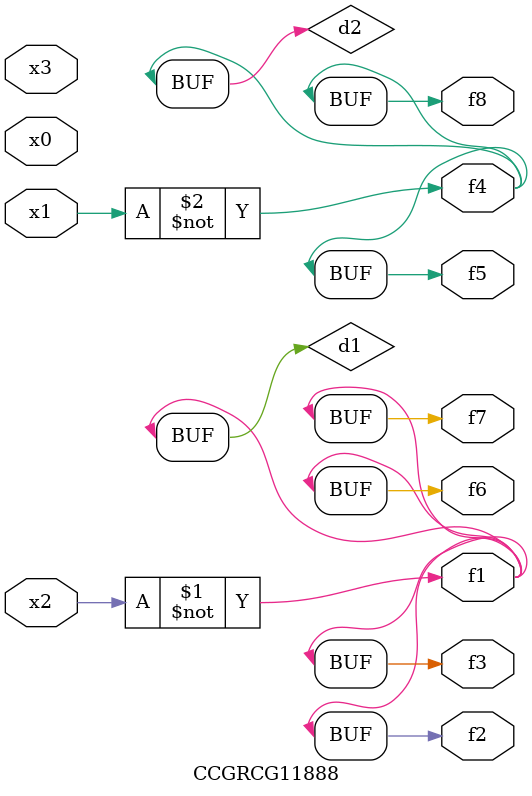
<source format=v>
module CCGRCG11888(
	input x0, x1, x2, x3,
	output f1, f2, f3, f4, f5, f6, f7, f8
);

	wire d1, d2;

	xnor (d1, x2);
	not (d2, x1);
	assign f1 = d1;
	assign f2 = d1;
	assign f3 = d1;
	assign f4 = d2;
	assign f5 = d2;
	assign f6 = d1;
	assign f7 = d1;
	assign f8 = d2;
endmodule

</source>
